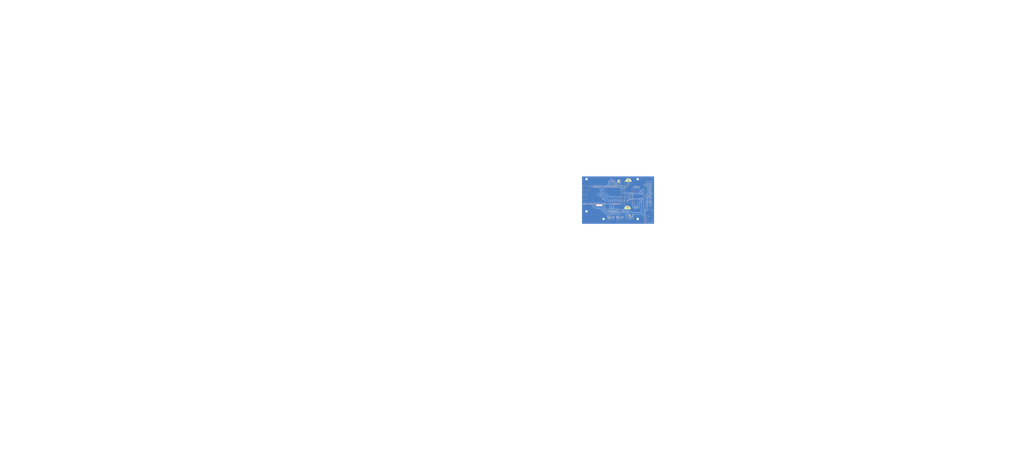
<source format=kicad_pcb>
(kicad_pcb (version 20171130) (host pcbnew "(5.1.6)-1")
  (layers (0 F.Cu signal) (31 B.Cu signal) (34 B.Paste user hide) (35 F.Paste user hide) (36 B.SilkS user hide) (37 F.SilkS user) (38 B.Mask user hide) (39 F.Mask user hide) (44 Edge.Cuts user))
  (net 0 "")
  (net 1 GND)
  (net 2 +5V)
  (net 3 +3V3)
  (net 4 OA2)
  (net 5 OA1)
  (net 6 OB1)
  (net 7 OB2)
  (net 8 EN)
  (net 9 I1)
  (net 10 I2)
  (net 11 "Net-(C3-Pad2)")
  (net 12 SDA)
  (net 13 SCL)
  (net 14 LEDS)
  (net 15 SW1)
  (net 16 SW2)
  (net 17 BAT+)
  (net 18 "Net-(J1-Pad2)")
  (net 19 "Net-(J1-Pad4)")
  (net 20 BAT_SENSE)
  (net 21 "Net-(U1-Pad1)")
  (net 22 "Net-(U1-Pad2)")
  (net 23 "Net-(U1-Pad4)")
  (net 24 "Net-(U1-Pad5)")
  (net 25 "Net-(U1-Pad9)")
  (net 26 "Net-(U1-Pad10)")
  (net 27 "Net-(U1-Pad12)")
  (net 28 "Net-(U1-Pad17)")
  (net 29 "Net-(U1-Pad18)")
  (net 30 "Net-(U1-Pad19)")
  (net 31 "Net-(U1-Pad23)")
  (net 32 "Net-(U1-Pad24)")
  (net 33 "Net-(U1-Pad25)")
  (net 34 "Net-(U1-Pad26)")
  (net 35 "Net-(U1-Pad28)")
  (net 36 "Net-(U1-Pad32)")
  (net 37 "Net-(U1-Pad33)")
  (net 38 "Net-(U1-Pad34)")
  (net 39 "Net-(U1-Pad35)")
  (net 40 "Net-(U1-Pad8)")
  (module 0_my_footprints:myMountingHole_3.2mm_M3 (layer F.Cu) (at 28.89 -6.47)
    (fp_text reference REF**)
    (fp_text value myMountingHole_3.2mm_M3)
    (pad "" np_thru_hole circle (at 0 0) (size 3.2 3.2) (drill 3.2) (layers *.Cu *.Mask))
  )
  (module 0_my_footprints:myMountingHole_3.2mm_M3 (layer F.Cu) (at 6.03 -16.63)
    (fp_text reference REF**)
    (fp_text value myMountingHole_3.2mm_M3)
    (pad "" np_thru_hole circle (at 0 0) (size 3.2 3.2) (drill 3.2) (layers *.Cu *.Mask))
  )
  (module 0_my_footprints:myMountingHole_3.2mm_M3 (layer F.Cu) (at 6.03 -59.81)
    (fp_text reference REF**)
    (fp_text value myMountingHole_3.2mm_M3)
    (pad "" np_thru_hole circle (at 0 0) (size 3.2 3.2) (drill 3.2) (layers *.Cu *.Mask))
  )
  (module 0_my_footprints:myMountingHole_3.2mm_M3 (layer F.Cu) (at 74.61 -6.47)
    (fp_text reference REF**)
    (fp_text value myMountingHole_3.2mm_M3)
    (pad "" np_thru_hole circle (at 0 0) (size 3.2 3.2) (drill 3.2) (layers *.Cu *.Mask))
  )
  (module 0_my_footprints:myMountingHole_3.2mm_M3 (layer F.Cu) (at 74.61 -59.81)
    (fp_text reference REF**)
    (fp_text value myMountingHole_3.2mm_M3)
    (pad "" np_thru_hole circle (at 0 0) (size 3.2 3.2) (drill 3.2) (layers *.Cu *.Mask))
  )
  (module 0_my_footprints:CP_my100uf (layer F.Cu) (at 60.96 -17.78 90)
    (fp_text reference C1 (at 1.9 -5.25 90) (layer F.SilkS))
    (fp_text value 100uf)
    (pad 1 thru_hole circle (at 0 0 90) (size 2.2 2.2) (drill 0.9) (layers *.Cu *.Mask) (net 2 +5V))
    (pad 2 thru_hole circle (at 3.8 0 90) (size 2.2 2.2) (drill 0.9) (layers *.Cu *.Mask) (net 1 GND))
  )
  (module 0_my_footprints:CP_my100uf (layer F.Cu) (at 62.23 -54.61 90)
    (fp_text reference C2 (at 1.9 -5.25 90) (layer F.SilkS))
    (fp_text value 100uf)
    (pad 2 thru_hole circle (at 3.8 0 90) (size 2.2 2.2) (drill 0.9) (layers *.Cu *.Mask) (net 1 GND))
    (pad 1 thru_hole circle (at 0 0 90) (size 2.2 2.2) (drill 0.9) (layers *.Cu *.Mask) (net 3 +3V3))
  )
  (module 0_my_footprints:CP_my10uf (layer F.Cu) (at 50.8 -57.15 180)
    (fp_text reference C3 (at 1 -3.25) (layer F.SilkS))
    (fp_text value 10uf)
    (pad 1 thru_hole circle (at -0.1 0 180) (size 1.9 1.9) (drill 0.9) (layers *.Cu *.Mask) (net 3 +3V3))
    (pad 2 thru_hole circle (at 2.2 0 180) (size 1.9 1.9) (drill 0.9) (layers *.Cu *.Mask) (net 11 "Net-(C3-Pad2)"))
  )
  (module 0_my_footprints:myJSTx04 (layer F.Cu) (at 90.17 -44.45 270)
    (fp_text reference J1 (at 3.75 -3.55 90) (layer F.SilkS))
    (fp_text value power)
    (pad 1 thru_hole circle (at 0 0 270) (size 2.2 2.2) (drill 1) (layers *.Cu *.Mask) (net 17 BAT+))
    (pad 2 thru_hole circle (at 2.54 0 270) (size 2.2 2.2) (drill 1) (layers *.Cu *.Mask) (net 18 "Net-(J1-Pad2)"))
    (pad 3 thru_hole circle (at 5.08 0 270) (size 2.2 2.2) (drill 1) (layers *.Cu *.Mask) (net 18 "Net-(J1-Pad2)"))
    (pad 4 thru_hole circle (at 7.62 0 270) (size 2.2 2.2) (drill 1) (layers *.Cu *.Mask) (net 19 "Net-(J1-Pad4)"))
  )
  (module 0_my_footprints:myJSTx02 (layer F.Cu) (at 90.17 -27.94 270)
    (fp_text reference J2 (at 1.25 -3.55 90) (layer F.SilkS))
    (fp_text value battery)
    (pad 2 thru_hole circle (at 2.54 0 270) (size 2.2 2.2) (drill 1) (layers *.Cu *.Mask) (net 1 GND))
    (pad 1 thru_hole circle (at 0 0 270) (size 2.2 2.2) (drill 1) (layers *.Cu *.Mask) (net 19 "Net-(J1-Pad4)"))
  )
  (module 0_my_footprints:myJSTx02 (layer F.Cu) (at 90.17 -54.61 270)
    (fp_text reference J3 (at 1.25 -3.55 90) (layer F.SilkS))
    (fp_text value BATT)
    (pad 1 thru_hole circle (at 0 0 270) (size 2.2 2.2) (drill 1) (layers *.Cu *.Mask) (net 1 GND))
    (pad 2 thru_hole circle (at 2.54 0 270) (size 2.2 2.2) (drill 1) (layers *.Cu *.Mask) (net 17 BAT+))
  )
  (module 0_my_footprints:myJSTx04 (layer F.Cu) (at 45.72 -17.78 180)
    (fp_text reference J4 (at 3.75 -3.55) (layer F.SilkS))
    (fp_text value Sens1)
    (pad 4 thru_hole circle (at 7.62 0 180) (size 2.2 2.2) (drill 1) (layers *.Cu *.Mask) (net 12 SDA))
    (pad 3 thru_hole circle (at 5.08 0 180) (size 2.2 2.2) (drill 1) (layers *.Cu *.Mask) (net 13 SCL))
    (pad 2 thru_hole circle (at 2.54 0 180) (size 2.2 2.2) (drill 1) (layers *.Cu *.Mask) (net 1 GND))
    (pad 1 thru_hole circle (at 0 0 180) (size 2.2 2.2) (drill 1) (layers *.Cu *.Mask) (net 3 +3V3))
  )
  (module 0_my_footprints:myJSTx03 (layer F.Cu) (at 60.96 -8.89)
    (fp_text reference J5 (at 2.5 -3.55) (layer F.SilkS))
    (fp_text value leds)
    (pad 1 thru_hole circle (at 0 0) (size 2.2 2.2) (drill 1) (layers *.Cu *.Mask) (net 1 GND))
    (pad 2 thru_hole circle (at 2.54 0) (size 2.2 2.2) (drill 1) (layers *.Cu *.Mask) (net 14 LEDS))
    (pad 3 thru_hole circle (at 5.08 0) (size 2.2 2.2) (drill 1) (layers *.Cu *.Mask) (net 2 +5V))
  )
  (module 0_my_footprints:myPinHeader_1x02 (layer F.Cu) (at 73.66 -49.53 270)
    (fp_text reference J6 (at 0 -2.33 90) (layer F.SilkS))
    (fp_text value coil1)
    (pad 2 thru_hole circle (at 0 2.54 270) (size 2.2 2.2) (drill 1) (layers *.Cu *.Mask) (net 4 OA2))
    (pad 1 thru_hole circle (at 0 0 270) (size 2.2 2.2) (drill 1) (layers *.Cu *.Mask) (net 5 OA1))
  )
  (module 0_my_footprints:myPinHeader_1x02 (layer F.Cu) (at 73.66 -21.59 270)
    (fp_text reference J7 (at 0 -2.33 90) (layer F.SilkS))
    (fp_text value coil2)
    (pad 1 thru_hole circle (at 0 0 270) (size 2.2 2.2) (drill 1) (layers *.Cu *.Mask) (net 6 OB1))
    (pad 2 thru_hole circle (at 0 2.54 270) (size 2.2 2.2) (drill 1) (layers *.Cu *.Mask) (net 7 OB2))
  )
  (module 0_my_footprints:myMini360BuckConverter (layer F.Cu) (at 93.98 -12.7 270)
    (fp_text reference M1 (at 2.54 4.445 90) (layer F.SilkS))
    (fp_text value BUCK01)
    (pad 1 thru_hole circle (at -5.08 0 270) (size 2.2 2.2) (drill 0.8) (layers *.Cu *.Mask) (net 1 GND))
    (pad 2 thru_hole circle (at 10.16 0 270) (size 2.2 2.2) (drill 0.8) (layers *.Cu *.Mask) (net 1 GND))
    (pad 3 thru_hole circle (at 10.16 8.89 270) (size 2.2 2.2) (drill 0.8) (layers *.Cu *.Mask) (net 2 +5V))
    (pad 4 thru_hole circle (at -5.08 8.89 270) (size 2.2 2.2) (drill 0.8) (layers *.Cu *.Mask) (net 18 "Net-(J1-Pad2)"))
  )
  (module 0_my_footprints:myResistor (layer F.Cu) (at 35.56 -53.34)
    (fp_text reference R1 (at 5.08 -3.81) (layer F.SilkS))
    (fp_text value 47K)
    (pad 1 thru_hole circle (at 0 0) (size 2.2 2.2) (drill 0.9) (layers *.Cu *.Mask) (net 20 BAT_SENSE))
    (pad 2 thru_hole circle (at 7.62 0) (size 2.2 2.2) (drill 0.9) (layers *.Cu *.Mask) (net 17 BAT+))
  )
  (module 0_my_footprints:myResistor (layer F.Cu) (at 35.56 -57.15)
    (fp_text reference R2 (at 3.81 -2.37) (layer F.SilkS))
    (fp_text value 47K)
    (pad 2 thru_hole circle (at 7.62 0) (size 2.2 2.2) (drill 0.9) (layers *.Cu *.Mask) (net 20 BAT_SENSE))
    (pad 1 thru_hole circle (at 0 0) (size 2.2 2.2) (drill 0.9) (layers *.Cu *.Mask) (net 1 GND))
  )
  (module 0_my_footprints:myResistor (layer F.Cu) (at 27.94 -39.37 180)
    (fp_text reference R3 (at 3.81 -2.37) (layer F.SilkS))
    (fp_text value 10K)
    (pad 1 thru_hole circle (at 0 0 180) (size 2.2 2.2) (drill 0.9) (layers *.Cu *.Mask) (net 8 EN))
    (pad 2 thru_hole circle (at 7.62 0 180) (size 2.2 2.2) (drill 0.9) (layers *.Cu *.Mask) (net 1 GND))
  )
  (module cnc3018-PCB:right_angle_button (layer F.Cu) (at 40.73 -6.73 180)
    (fp_text reference SW1 (at 2.25 1.68) (layer F.SilkS))
    (fp_text value SW)
    (pad "" thru_hole circle (at 5.76 2.19 180) (size 2 2) (drill 0.9) (layers *.Cu *.Mask))
    (pad 2 thru_hole circle (at 4.5 0 180) (size 2.2 2.2) (drill 0.9) (layers *.Cu *.Mask) (net 15 SW1))
    (pad 1 thru_hole circle (at 0 0 180) (size 2.2 2.2) (drill 0.9) (layers *.Cu *.Mask) (net 1 GND))
    (pad "" thru_hole circle (at -1.25 2.19 180) (size 2 2) (drill 0.9) (layers *.Cu *.Mask))
    (pad "" thru_hole circle (at 5.76 2.79 180) (size 2 2) (drill 0.9) (layers *.Cu *.Mask))
    (pad "" thru_hole circle (at -1.25 2.79 180) (size 2 2) (drill 0.9) (layers *.Cu *.Mask))
  )
  (module cnc3018-PCB:right_angle_button (layer F.Cu) (at 52.73 -6.59 180)
    (fp_text reference SW2 (at 2.25 1.68) (layer F.SilkS))
    (fp_text value SW)
    (pad "" thru_hole circle (at -1.25 2.79 180) (size 2 2) (drill 0.9) (layers *.Cu *.Mask))
    (pad "" thru_hole circle (at 5.76 2.79 180) (size 2 2) (drill 0.9) (layers *.Cu *.Mask))
    (pad "" thru_hole circle (at -1.25 2.19 180) (size 2 2) (drill 0.9) (layers *.Cu *.Mask))
    (pad 1 thru_hole circle (at 0 0 180) (size 2.2 2.2) (drill 0.9) (layers *.Cu *.Mask) (net 1 GND))
    (pad 2 thru_hole circle (at 4.5 0 180) (size 2.2 2.2) (drill 0.9) (layers *.Cu *.Mask) (net 16 SW2))
    (pad "" thru_hole circle (at 5.76 2.19 180) (size 2 2) (drill 0.9) (layers *.Cu *.Mask))
  )
  (module 0_my_footprints:myLolin32 (layer F.Cu) (at 27.94 -38.34)
    (fp_text reference U1 (at 0 5.08) (layer F.SilkS))
    (fp_text value LOLIN32)
    (pad 1 thru_hole circle (at -25.4 11.43) (size 2.2 2.2) (drill 0.9) (layers *.Cu *.Mask) (net 21 "Net-(U1-Pad1)"))
    (pad 2 thru_hole circle (at -22.86 11.43) (size 2.2 2.2) (drill 0.9) (layers *.Cu *.Mask) (net 22 "Net-(U1-Pad2)"))
    (pad 3 thru_hole circle (at -20.32 11.43) (size 2.2 2.2) (drill 0.9) (layers *.Cu *.Mask) (net 1 GND))
    (pad 4 thru_hole circle (at -17.78 11.43) (size 2.2 2.2) (drill 0.9) (layers *.Cu *.Mask) (net 23 "Net-(U1-Pad4)"))
    (pad 5 thru_hole circle (at -15.24 11.43) (size 2.2 2.2) (drill 0.9) (layers *.Cu *.Mask) (net 24 "Net-(U1-Pad5)"))
    (pad 6 thru_hole circle (at -12.7 11.43) (size 2.2 2.2) (drill 0.9) (layers *.Cu *.Mask) (net 15 SW1))
    (pad 7 thru_hole circle (at -10.16 11.43) (size 2.2 2.2) (drill 0.9) (layers *.Cu *.Mask) (net 16 SW2))
    (pad 8 thru_hole circle (at -7.62 11.43) (size 2.2 2.2) (drill 0.9) (layers *.Cu *.Mask) (net 40 "Net-(U1-Pad8)"))
    (pad 9 thru_hole circle (at -5.08 11.43) (size 2.2 2.2) (drill 0.9) (layers *.Cu *.Mask) (net 25 "Net-(U1-Pad9)"))
    (pad 10 thru_hole circle (at -2.54 11.43) (size 2.2 2.2) (drill 0.9) (layers *.Cu *.Mask) (net 26 "Net-(U1-Pad10)"))
    (pad 11 thru_hole circle (at 0 11.43) (size 2.2 2.2) (drill 0.9) (layers *.Cu *.Mask) (net 14 LEDS))
    (pad 12 thru_hole circle (at 2.54 11.43) (size 2.2 2.2) (drill 0.9) (layers *.Cu *.Mask) (net 27 "Net-(U1-Pad12)"))
    (pad 13 thru_hole circle (at 5.08 11.43) (size 2.2 2.2) (drill 0.9) (layers *.Cu *.Mask) (net 1 GND))
    (pad 14 thru_hole circle (at 7.62 11.43) (size 2.2 2.2) (drill 0.9) (layers *.Cu *.Mask) (net 1 GND))
    (pad 15 thru_hole circle (at 10.16 11.43) (size 2.2 2.2) (drill 0.9) (layers *.Cu *.Mask) (net 12 SDA))
    (pad 16 thru_hole circle (at 12.7 11.43) (size 2.2 2.2) (drill 0.9) (layers *.Cu *.Mask) (net 13 SCL))
    (pad 17 thru_hole circle (at 15.24 11.43) (size 2.2 2.2) (drill 0.9) (layers *.Cu *.Mask) (net 28 "Net-(U1-Pad17)"))
    (pad 18 thru_hole circle (at 17.78 11.43) (size 2.2 2.2) (drill 0.9) (layers *.Cu *.Mask) (net 29 "Net-(U1-Pad18)"))
    (pad 19 thru_hole circle (at 20.32 11.43) (size 2.2 2.2) (drill 0.9) (layers *.Cu *.Mask) (net 30 "Net-(U1-Pad19)"))
    (pad 20 thru_hole circle (at 22.86 11.43) (size 2.2 2.2) (drill 0.9) (layers *.Cu *.Mask) (net 1 GND))
    (pad 21 thru_hole circle (at 22.86 -11.43) (size 2.2 2.2) (drill 0.9) (layers *.Cu *.Mask) (net 3 +3V3))
    (pad 22 thru_hole circle (at 20.32 -11.43) (size 2.2 2.2) (drill 0.9) (layers *.Cu *.Mask) (net 11 "Net-(C3-Pad2)"))
    (pad 23 thru_hole circle (at 17.78 -11.43) (size 2.2 2.2) (drill 0.9) (layers *.Cu *.Mask) (net 31 "Net-(U1-Pad23)"))
    (pad 24 thru_hole circle (at 15.24 -11.43) (size 2.2 2.2) (drill 0.9) (layers *.Cu *.Mask) (net 32 "Net-(U1-Pad24)"))
    (pad 25 thru_hole circle (at 12.7 -11.43) (size 2.2 2.2) (drill 0.9) (layers *.Cu *.Mask) (net 33 "Net-(U1-Pad25)"))
    (pad 26 thru_hole circle (at 10.16 -11.43) (size 2.2 2.2) (drill 0.9) (layers *.Cu *.Mask) (net 34 "Net-(U1-Pad26)"))
    (pad 27 thru_hole circle (at 7.62 -11.43) (size 2.2 2.2) (drill 0.9) (layers *.Cu *.Mask) (net 20 BAT_SENSE))
    (pad 28 thru_hole circle (at 5.08 -11.43) (size 2.2 2.2) (drill 0.9) (layers *.Cu *.Mask) (net 35 "Net-(U1-Pad28)"))
    (pad 29 thru_hole circle (at 2.54 -11.43) (size 2.2 2.2) (drill 0.9) (layers *.Cu *.Mask) (net 10 I2))
    (pad 30 thru_hole circle (at 0 -11.43) (size 2.2 2.2) (drill 0.9) (layers *.Cu *.Mask) (net 8 EN))
    (pad 31 thru_hole circle (at -2.54 -11.43) (size 2.2 2.2) (drill 0.9) (layers *.Cu *.Mask) (net 9 I1))
    (pad 32 thru_hole circle (at -5.08 -11.43) (size 2.2 2.2) (drill 0.9) (layers *.Cu *.Mask) (net 36 "Net-(U1-Pad32)"))
    (pad 33 thru_hole circle (at -7.62 -11.43) (size 2.2 2.2) (drill 0.9) (layers *.Cu *.Mask) (net 37 "Net-(U1-Pad33)"))
    (pad 34 thru_hole circle (at -10.16 -11.43) (size 2.2 2.2) (drill 0.9) (layers *.Cu *.Mask) (net 38 "Net-(U1-Pad34)"))
    (pad 35 thru_hole circle (at -12.7 -11.43) (size 2.2 2.2) (drill 0.9) (layers *.Cu *.Mask) (net 39 "Net-(U1-Pad35)"))
    (pad 36 thru_hole circle (at -15.24 -11.43) (size 2.2 2.2) (drill 0.9) (layers *.Cu *.Mask) (net 1 GND))
  )
  (module 0_my_footprints:myDip16 (layer F.Cu) (at 81.28 -40.64 270)
    (fp_text reference U2 (at 3.81 -2.33 90) (layer F.SilkS))
    (fp_text value L293D)
    (pad 1 thru_hole circle (at 0 0 270) (size 2.2 2.2) (drill 0.9) (layers *.Cu *.Mask) (net 8 EN))
    (pad 9 thru_hole circle (at 7.62 17.78 270) (size 2.2 2.2) (drill 0.9) (layers *.Cu *.Mask) (net 8 EN))
    (pad 2 thru_hole circle (at 0 2.54 270) (size 2.2 2.2) (drill 0.9) (layers *.Cu *.Mask) (net 9 I1))
    (pad 10 thru_hole circle (at 7.62 15.24 270) (size 2.2 2.2) (drill 0.9) (layers *.Cu *.Mask) (net 10 I2))
    (pad 3 thru_hole circle (at 0 5.08 270) (size 2.2 2.2) (drill 0.9) (layers *.Cu *.Mask) (net 5 OA1))
    (pad 11 thru_hole circle (at 7.62 12.7 270) (size 2.2 2.2) (drill 0.9) (layers *.Cu *.Mask) (net 7 OB2))
    (pad 4 thru_hole circle (at 0 7.62 270) (size 2.2 2.2) (drill 0.9) (layers *.Cu *.Mask) (net 1 GND))
    (pad 12 thru_hole circle (at 7.62 10.16 270) (size 2.2 2.2) (drill 0.9) (layers *.Cu *.Mask) (net 1 GND))
    (pad 5 thru_hole circle (at 0 10.16 270) (size 2.2 2.2) (drill 0.9) (layers *.Cu *.Mask) (net 1 GND))
    (pad 13 thru_hole circle (at 7.62 7.62 270) (size 2.2 2.2) (drill 0.9) (layers *.Cu *.Mask) (net 1 GND))
    (pad 6 thru_hole circle (at 0 12.7 270) (size 2.2 2.2) (drill 0.9) (layers *.Cu *.Mask) (net 4 OA2))
    (pad 14 thru_hole circle (at 7.62 5.08 270) (size 2.2 2.2) (drill 0.9) (layers *.Cu *.Mask) (net 6 OB1))
    (pad 7 thru_hole circle (at 0 15.24 270) (size 2.2 2.2) (drill 0.9) (layers *.Cu *.Mask) (net 10 I2))
    (pad 15 thru_hole circle (at 7.62 2.54 270) (size 2.2 2.2) (drill 0.9) (layers *.Cu *.Mask) (net 9 I1))
    (pad 8 thru_hole circle (at 0 17.78 270) (size 2.2 2.2) (drill 0.9) (layers *.Cu *.Mask) (net 2 +5V))
    (pad 16 thru_hole circle (at 7.62 0 270) (size 2.2 2.2) (drill 0.9) (layers *.Cu *.Mask) (net 2 +5V))
  )
  (gr_line (start 0 -63.5) (end 0 -12.7) (layer Edge.Cuts) (width 0.05))
  (gr_line (start 81.28 -63.5) (end 0 -63.5) (layer Edge.Cuts) (width 0.05))
  (gr_line (start 81.28 -58.42) (end 81.28 -63.5) (layer Edge.Cuts) (width 0.05))
  (gr_line (start 96.52 -58.42) (end 81.28 -58.42) (layer Edge.Cuts) (width 0.05))
  (gr_line (start 96.52 0) (end 96.52 -58.42) (layer Edge.Cuts) (width 0.05))
  (gr_line (start 24.765 0) (end 96.52 0) (layer Edge.Cuts) (width 0.05))
  (gr_line (start 24.765 -12.7) (end 24.765 0) (layer Edge.Cuts) (width 0.05))
  (gr_line (start 0 -12.7) (end 24.765 -12.7) (layer Edge.Cuts) (width 0.05))
  (segment (start 60.96 -17.78) (end 64.77 -13.97) (width 2.2) (layer B.Cu) (net 2))
  (segment (start 66.04 -12.7) (end 64.77 -13.97) (width 2.2) (layer B.Cu) (net 2))
  (segment (start 66.04 -8.89) (end 66.04 -12.7) (width 2.2) (layer B.Cu) (net 2))
  (segment (start 81.28 -33.02) (end 81.28 -13.97) (width 2.2) (layer B.Cu) (net 2))
  (segment (start 64.77 -13.97) (end 81.28 -13.97) (width 2.2) (layer B.Cu) (net 2))
  (segment (start 60.96 -17.78) (end 58.42 -20.32) (width 2.2) (layer B.Cu) (net 2))
  (segment (start 58.42 -20.32) (end 58.42 -24.13) (width 2.2) (layer B.Cu) (net 2))
  (segment (start 63.5 -40.64) (end 58.42 -40.64) (width 2.2) (layer B.Cu) (net 2))
  (segment (start 58.42 -40.64) (end 58.42 -40.64) (width 2.2) (layer B.Cu) (net 2))
  (via (at 58.42 -40.64) (size 2.2) (drill 0.9) (layers F.Cu B.Cu) (net 2))
  (segment (start 58.42 -24.13) (end 58.42 -24.13) (width 2.2) (layer B.Cu) (net 2))
  (via (at 58.42 -24.13) (size 2.2) (drill 0.9) (layers F.Cu B.Cu) (net 2))
  (segment (start 58.42 -40.64) (end 58.42 -24.13) (width 1) (layer F.Cu) (net 2))
  (segment (start 85.09 -10.16) (end 81.28 -13.97) (width 2.2) (layer B.Cu) (net 2))
  (segment (start 85.09 -2.54) (end 85.09 -10.16) (width 2.2) (layer B.Cu) (net 2))
  (segment (start 58.66 -49.77) (end 62.23 -53.34) (width 2.2) (layer B.Cu) (net 3))
  (segment (start 54.61 -17.78) (end 54.61 -17.78) (width 2.2) (layer B.Cu) (net 3))
  (via (at 54.61 -17.78) (size 2.2) (drill 0.9) (layers F.Cu B.Cu) (net 3))
  (segment (start 54.85 -49.77) (end 54.85 -40.88) (width 2.2) (layer B.Cu) (net 3))
  (segment (start 54.85 -49.77) (end 58.66 -49.77) (width 2.2) (layer B.Cu) (net 3))
  (segment (start 50.8 -49.77) (end 54.85 -49.77) (width 2.2) (layer B.Cu) (net 3))
  (segment (start 54.85 -40.88) (end 54.85 -40.88) (width 2.2) (layer B.Cu) (net 3))
  (via (at 54.85 -40.88) (size 2.2) (drill 0.9) (layers F.Cu B.Cu) (net 3))
  (segment (start 54.85 -18.02) (end 54.61 -17.78) (width 1) (layer F.Cu) (net 3))
  (segment (start 54.85 -40.88) (end 54.85 -18.02) (width 1) (layer F.Cu) (net 3))
  (segment (start 62.23 -54.61) (end 62.23 -53.34) (width 2.2) (layer B.Cu) (net 3))
  (segment (start 50.8 -49.77) (end 50.8 -53.34) (width 2.2) (layer B.Cu) (net 3))
  (segment (start 50.8 -56.019998) (end 50.850001 -56.069999) (width 2.2) (layer B.Cu) (net 3))
  (segment (start 50.8 -53.34) (end 50.8 -56.019998) (width 2.2) (layer B.Cu) (net 3))
  (segment (start 50.850001 -56.069999) (end 50.850001 -57.15) (width 2.2) (layer B.Cu) (net 3))
  (segment (start 45.72 -17.78) (end 54.61 -17.78) (width 2.4) (layer B.Cu) (net 3))
  (segment (start 71.12 -49.53) (end 68.58 -46.99) (width 2.2) (layer B.Cu) (net 4))
  (segment (start 68.58 -40.64) (end 68.58 -46.99) (width 2.2) (layer B.Cu) (net 4))
  (segment (start 76.2 -40.64) (end 76.2 -46.99) (width 2.2) (layer B.Cu) (net 5))
  (segment (start 76.2 -46.99) (end 73.66 -49.53) (width 2.2) (layer B.Cu) (net 5))
  (segment (start 76.2 -33.02) (end 76.2 -24.13) (width 2.2) (layer B.Cu) (net 6))
  (segment (start 76.2 -24.13) (end 73.66 -21.59) (width 2.2) (layer B.Cu) (net 6))
  (segment (start 68.58 -33.02) (end 68.58 -24.13) (width 2.2) (layer B.Cu) (net 7))
  (segment (start 68.58 -24.13) (end 71.12 -21.59) (width 2.2) (layer B.Cu) (net 7))
  (segment (start 27.94 -49.77) (end 27.94 -45.72) (width 2.2) (layer B.Cu) (net 8))
  (segment (start 81.28 -40.64) (end 81.28 -43.18) (width 2.2) (layer B.Cu) (net 8))
  (segment (start 81.28 -43.18) (end 81.28 -45.72) (width 2.2) (layer B.Cu) (net 8))
  (segment (start 81.28 -45.72) (end 81.28 -45.72) (width 2.2) (layer B.Cu) (net 8))
  (via (at 81.28 -45.72) (size 2.2) (drill 0.9) (layers F.Cu B.Cu) (net 8))
  (segment (start 27.94 -45.72) (end 27.94 -39.37) (width 2.2) (layer B.Cu) (net 8))
  (via (at 27.94 -45.72) (size 2.2) (drill 0.9) (layers F.Cu B.Cu) (net 8))
  (segment (start 81.28 -45.72) (end 27.94 -45.72) (width 1) (layer F.Cu) (net 8))
  (segment (start 27.94 -39.37) (end 34.29 -33.02) (width 2.2) (layer B.Cu) (net 8))
  (segment (start 34.29 -33.02) (end 63.5 -33.02) (width 2.2) (layer B.Cu) (net 8))
  (segment (start 78.74 -33.02) (end 78.74 -30.48) (width 2.2) (layer B.Cu) (net 9))
  (segment (start 78.74 -40.64) (end 78.74 -43.18) (width 2.2) (layer B.Cu) (net 9))
  (segment (start 25.4 -49.77) (end 25.4 -43.18) (width 2.2) (layer B.Cu) (net 9))
  (segment (start 78.74 -30.48) (end 78.74 -30.48) (width 2.2) (layer B.Cu) (net 9))
  (via (at 78.74 -30.48) (size 2.2) (drill 0.9) (layers F.Cu B.Cu) (net 9))
  (segment (start 78.74 -43.18) (end 78.74 -43.18) (width 2.2) (layer B.Cu) (net 9))
  (via (at 78.74 -43.18) (size 2.2) (drill 0.9) (layers F.Cu B.Cu) (net 9))
  (via (at 25.4 -43.18) (size 2.2) (drill 0.9) (layers F.Cu B.Cu) (net 9))
  (segment (start 78.74 -43.18) (end 25.4 -43.18) (width 1) (layer F.Cu) (net 9))
  (segment (start 60.96 -30.48) (end 60.96 -30.48) (width 2.2) (layer B.Cu) (net 9))
  (via (at 60.96 -30.48) (size 2.2) (drill 0.9) (layers F.Cu B.Cu) (net 9))
  (segment (start 60.96 -30.48) (end 78.74 -30.48) (width 1) (layer F.Cu) (net 9))
  (segment (start 25.4 -43.18) (end 25.4 -38.1) (width 2.2) (layer B.Cu) (net 9))
  (segment (start 26.67 -36.83) (end 27.085874 -36.83) (width 2.2) (layer B.Cu) (net 9))
  (segment (start 25.4 -38.1) (end 26.67 -36.83) (width 2.2) (layer B.Cu) (net 9))
  (segment (start 27.085874 -36.83) (end 32.592937 -31.322937) (width 2.2) (layer B.Cu) (net 9))
  (segment (start 33.087912 -31.322937) (end 33.440859 -30.96999) (width 1.5) (layer B.Cu) (net 9))
  (segment (start 32.592937 -31.322937) (end 33.087912 -31.322937) (width 1.5) (layer B.Cu) (net 9))
  (segment (start 60.47001 -30.96999) (end 60.96 -30.48) (width 1.5) (layer B.Cu) (net 9))
  (segment (start 33.440859 -30.96999) (end 60.47001 -30.96999) (width 1.5) (layer B.Cu) (net 9))
  (segment (start 30.48 -48.26) (end 30.48 -49.53) (width 2.2) (layer B.Cu) (net 10))
  (segment (start 65.195624 -35.42001) (end 35.284116 -35.42001) (width 2.2) (layer B.Cu) (net 10))
  (segment (start 66.04 -33.02) (end 66.04 -34.575634) (width 2.2) (layer B.Cu) (net 10))
  (segment (start 66.04 -34.575634) (end 65.195624 -35.42001) (width 2.2) (layer B.Cu) (net 10))
  (segment (start 30.48 -40.504106) (end 30.48 -49.53) (width 2.2) (layer B.Cu) (net 10))
  (segment (start 66.04 -33.02) (end 66.04 -40.64) (width 2.2) (layer B.Cu) (net 10))
  (segment (start 30.48 -49.77) (end 30.48 -40.504106) (width 2.2) (layer B.Cu) (net 10))
  (segment (start 30.48 -40.224126) (end 35.284116 -35.42001) (width 2.2) (layer B.Cu) (net 10))
  (segment (start 30.48 -40.504106) (end 30.48 -40.224126) (width 2.2) (layer B.Cu) (net 10))
  (segment (start 48.6 -49.87) (end 48.26 -49.53) (width 1.5) (layer B.Cu) (net 11))
  (segment (start 48.26 -49.77) (end 48.26 -57.15) (width 2.2) (layer B.Cu) (net 11))
  (segment (start 38.1 -26.91) (end 38.1 -17.78) (width 2.2) (layer B.Cu) (net 12))
  (segment (start 40.64 -26.91) (end 40.64 -17.78) (width 2.2) (layer B.Cu) (net 13))
  (segment (start 63.5 -10.445634) (end 58.705634 -15.24) (width 1.5) (layer B.Cu) (net 14))
  (segment (start 63.5 -8.89) (end 63.5 -10.445634) (width 1.5) (layer B.Cu) (net 14))
  (segment (start 58.705634 -15.621) (end 35.56 -15.621) (width 1.5) (layer B.Cu) (net 14))
  (segment (start 35.56 -15.5575) (end 27.94 -23.1775) (width 1.5) (layer B.Cu) (net 14))
  (segment (start 27.94 -23.0505) (end 27.94 -26.8605) (width 1.5) (layer B.Cu) (net 14))
  (segment (start 33.343166 -12.821334) (end 25.019 -21.1455) (width 1.5) (layer B.Cu) (net 15))
  (segment (start 18.345833 -21.15999) (end 15.24 -24.265823) (width 1.5) (layer B.Cu) (net 15))
  (segment (start 24.831657 -21.15999) (end 18.345833 -21.15999) (width 1.5) (layer B.Cu) (net 15))
  (segment (start 15.24 -24.265823) (end 15.24 -26.67) (width 1.5) (layer B.Cu) (net 15))
  (segment (start 33.360812 -12.821334) (end 34.024665 -12.157481) (width 1.5) (layer B.Cu) (net 15))
  (segment (start 33.343166 -12.821334) (end 33.360812 -12.821334) (width 1.5) (layer B.Cu) (net 15))
  (segment (start 34.024665 -12.157481) (end 35.218521 -12.157481) (width 1.5) (layer B.Cu) (net 15))
  (segment (start 35.218521 -12.157481) (end 37.309019 -12.157481) (width 1.5) (layer B.Cu) (net 15))
  (segment (start 37.309019 -12.157481) (end 38.227 -11.2395) (width 1.5) (layer B.Cu) (net 15))
  (segment (start 38.227 -11.2395) (end 38.227 -8.3185) (width 1.5) (layer B.Cu) (net 15))
  (segment (start 38.227 -8.3185) (end 36.449 -6.5405) (width 1.5) (layer B.Cu) (net 15))
  (segment (start 15.24 -26.91) (end 15.24 -24.265823) (width 2.2) (layer B.Cu) (net 15))
  (segment (start 49.149 -13.92099) (end 49.53 -13.53999) (width 1.5) (layer B.Cu) (net 16))
  (segment (start 48.97299 -13.92099) (end 49.149 -13.92099) (width 1.5) (layer B.Cu) (net 16))
  (segment (start 49.53 -13.53999) (end 49.53 -7.89) (width 1.5) (layer B.Cu) (net 16))
  (segment (start 34.728832 -13.857491) (end 48.909491 -13.857491) (width 1.5) (layer B.Cu) (net 16))
  (segment (start 25.726323 -22.86) (end 34.728832 -13.857491) (width 1.5) (layer B.Cu) (net 16))
  (segment (start 19.05 -22.86) (end 25.726323 -22.86) (width 1.5) (layer B.Cu) (net 16))
  (segment (start 17.78 -24.13) (end 19.05 -22.86) (width 1.5) (layer B.Cu) (net 16))
  (segment (start 48.909491 -13.857491) (end 48.97299 -13.92099) (width 1.5) (layer B.Cu) (net 16))
  (segment (start 49.53 -7.89) (end 48.23 -6.59) (width 1.5) (layer B.Cu) (net 16))
  (segment (start 17.78 -26.91) (end 17.78 -24.892) (width 2.2) (layer B.Cu) (net 16))
  (segment (start 90.17 -52.07) (end 90.17 -44.45) (width 2.2) (layer B.Cu) (net 17))
  (segment (start 90.17 -52.07) (end 83.82 -52.07) (width 2.2) (layer B.Cu) (net 17))
  (via (at 83.82 -52.07) (size 2.2) (drill 0.9) (layers F.Cu B.Cu) (net 17))
  (via (at 45.72 -53.34) (size 2.2) (drill 0.9) (layers F.Cu B.Cu) (net 17))
  (segment (start 45.72 -53.34) (end 54.61 -53.34) (width 1) (layer F.Cu) (net 17))
  (segment (start 83.82 -52.07) (end 55.88 -52.07) (width 1) (layer F.Cu) (net 17))
  (segment (start 55.88 -52.07) (end 54.61 -53.34) (width 1) (layer F.Cu) (net 17))
  (segment (start 43.18 -53.34) (end 45.72 -53.34) (width 2.2) (layer B.Cu) (net 17))
  (segment (start 90.17 -41.91) (end 90.17 -39.37) (width 2.2) (layer B.Cu) (net 18))
  (segment (start 88.614366 -39.37) (end 86.36 -37.115634) (width 2.2) (layer B.Cu) (net 18))
  (segment (start 90.17 -39.37) (end 88.614366 -39.37) (width 2.2) (layer B.Cu) (net 18))
  (segment (start 86.36 -37.115634) (end 86.36 -19.05) (width 2.2) (layer B.Cu) (net 18))
  (segment (start 86.36 -19.05) (end 85.09 -17.78) (width 2.2) (layer B.Cu) (net 18))
  (segment (start 90.17 -36.83) (end 90.17 -27.94) (width 2.2) (layer B.Cu) (net 19))
  (segment (start 43.18 -57.15) (end 40.64 -57.15) (width 1.5) (layer B.Cu) (net 20))
  (segment (start 40.64 -57.15) (end 39.37 -57.15) (width 1.5) (layer B.Cu) (net 20))
  (segment (start 39.37 -57.15) (end 35.56 -53.34) (width 1.5) (layer B.Cu) (net 20))
  (segment (start 35.56 -53.34) (end 35.56 -49.53) (width 1.5) (layer B.Cu) (net 20))
  (zone (net 1) (net_name GND) (layer B.Cu) (connect_pads yes (clearance 0.25)) (min_thickness 0.25) (fill yes (arc_segments 32) (thermal_gap 0.508) (thermal_bridge_width 0.508))
    (polygon (pts (xy 96.52 0) (xy 0 0) (xy 0 -63.5) (xy 96.52 -63.5)))
  )
)
</source>
